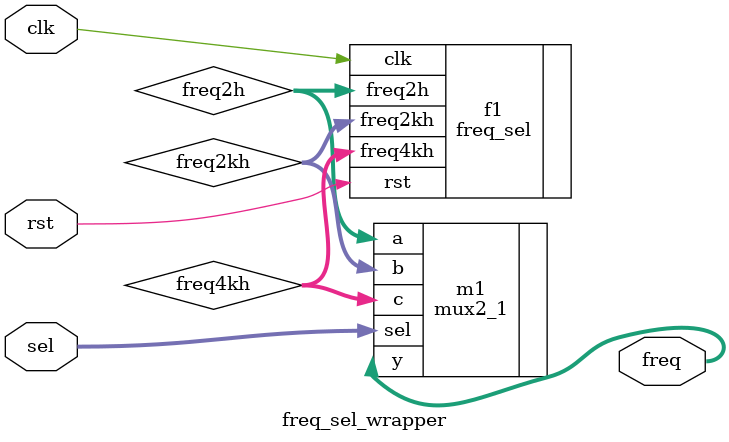
<source format=v>
`timescale 1ns / 1ps

module freq_sel_wrapper(
    input               clk,
    input               rst,
    input [1:0]         sel,
    output [19:0]       freq
);

    wire [19:0] freq2h;
    wire [19:0] freq2kh;
    wire [19:0] freq4kh;

    freq_sel f1(
        .clk            (clk),
        .rst            (rst),
        .freq2h         (freq2h),
        .freq2kh        (freq2kh),
        .freq4kh        (freq4kh)
    );

    mux2_1 m1(
        .a              (freq2h),
        .b              (freq2kh),
        .c              (freq4kh),
        .sel            (sel),
        .y              (freq)
    );

endmodule
</source>
